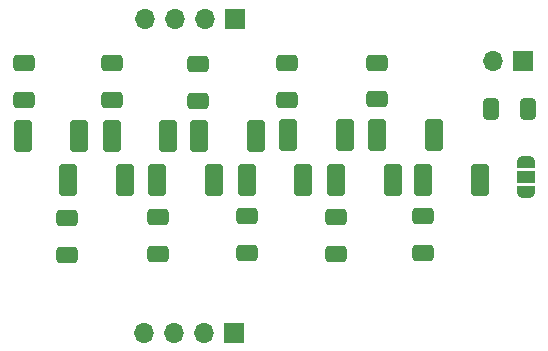
<source format=gbr>
%TF.GenerationSoftware,KiCad,Pcbnew,8.0.2*%
%TF.CreationDate,2024-06-27T01:43:15-06:00*%
%TF.ProjectId,2024_NE555_ChargePump_Expansion,32303234-5f4e-4453-9535-355f43686172,rev?*%
%TF.SameCoordinates,Original*%
%TF.FileFunction,Soldermask,Top*%
%TF.FilePolarity,Negative*%
%FSLAX46Y46*%
G04 Gerber Fmt 4.6, Leading zero omitted, Abs format (unit mm)*
G04 Created by KiCad (PCBNEW 8.0.2) date 2024-06-27 01:43:15*
%MOMM*%
%LPD*%
G01*
G04 APERTURE LIST*
G04 Aperture macros list*
%AMRoundRect*
0 Rectangle with rounded corners*
0 $1 Rounding radius*
0 $2 $3 $4 $5 $6 $7 $8 $9 X,Y pos of 4 corners*
0 Add a 4 corners polygon primitive as box body*
4,1,4,$2,$3,$4,$5,$6,$7,$8,$9,$2,$3,0*
0 Add four circle primitives for the rounded corners*
1,1,$1+$1,$2,$3*
1,1,$1+$1,$4,$5*
1,1,$1+$1,$6,$7*
1,1,$1+$1,$8,$9*
0 Add four rect primitives between the rounded corners*
20,1,$1+$1,$2,$3,$4,$5,0*
20,1,$1+$1,$4,$5,$6,$7,0*
20,1,$1+$1,$6,$7,$8,$9,0*
20,1,$1+$1,$8,$9,$2,$3,0*%
%AMFreePoly0*
4,1,19,0.550000,-0.750000,0.000000,-0.750000,0.000000,-0.744911,-0.071157,-0.744911,-0.207708,-0.704816,-0.327430,-0.627875,-0.420627,-0.520320,-0.479746,-0.390866,-0.500000,-0.250000,-0.500000,0.250000,-0.479746,0.390866,-0.420627,0.520320,-0.327430,0.627875,-0.207708,0.704816,-0.071157,0.744911,0.000000,0.744911,0.000000,0.750000,0.550000,0.750000,0.550000,-0.750000,0.550000,-0.750000,
$1*%
%AMFreePoly1*
4,1,19,0.000000,0.744911,0.071157,0.744911,0.207708,0.704816,0.327430,0.627875,0.420627,0.520320,0.479746,0.390866,0.500000,0.250000,0.500000,-0.250000,0.479746,-0.390866,0.420627,-0.520320,0.327430,-0.627875,0.207708,-0.704816,0.071157,-0.744911,0.000000,-0.744911,0.000000,-0.750000,-0.550000,-0.750000,-0.550000,0.750000,0.000000,0.750000,0.000000,0.744911,0.000000,0.744911,
$1*%
G04 Aperture macros list end*
%ADD10R,1.700000X1.700000*%
%ADD11O,1.700000X1.700000*%
%ADD12RoundRect,0.250000X0.500000X1.100000X-0.500000X1.100000X-0.500000X-1.100000X0.500000X-1.100000X0*%
%ADD13RoundRect,0.250000X-0.650000X0.412500X-0.650000X-0.412500X0.650000X-0.412500X0.650000X0.412500X0*%
%ADD14RoundRect,0.250000X0.650000X-0.412500X0.650000X0.412500X-0.650000X0.412500X-0.650000X-0.412500X0*%
%ADD15RoundRect,0.250000X0.412500X0.650000X-0.412500X0.650000X-0.412500X-0.650000X0.412500X-0.650000X0*%
%ADD16FreePoly0,270.000000*%
%ADD17R,1.500000X1.000000*%
%ADD18FreePoly1,270.000000*%
G04 APERTURE END LIST*
D10*
%TO.C,J1*%
X152247600Y-60350400D03*
D11*
X149707600Y-60350400D03*
X147167600Y-60350400D03*
X144627600Y-60350400D03*
%TD*%
D12*
%TO.C,D4*%
X142938200Y-74015600D03*
X138138200Y-74015600D03*
%TD*%
D13*
%TO.C,C5*%
X138074400Y-77240600D03*
X138074400Y-80365600D03*
%TD*%
D14*
%TO.C,C9*%
X149148800Y-67323100D03*
X149148800Y-64198100D03*
%TD*%
D15*
%TO.C,C8*%
X177051100Y-68021200D03*
X173926100Y-68021200D03*
%TD*%
D13*
%TO.C,C14*%
X168173400Y-77075900D03*
X168173400Y-80200900D03*
%TD*%
D12*
%TO.C,D8*%
X158076600Y-74015600D03*
X153276600Y-74015600D03*
%TD*%
D10*
%TO.C,J2*%
X176687400Y-63957200D03*
D11*
X174147400Y-63957200D03*
%TD*%
D12*
%TO.C,D6*%
X150495000Y-74015600D03*
X145695000Y-74015600D03*
%TD*%
D13*
%TO.C,C7*%
X145745200Y-77152100D03*
X145745200Y-80277100D03*
%TD*%
D16*
%TO.C,JP1*%
X176951900Y-72461600D03*
D17*
X176951900Y-73761600D03*
D18*
X176951900Y-75061600D03*
%TD*%
D12*
%TO.C,D11*%
X169100200Y-70205600D03*
X164300200Y-70205600D03*
%TD*%
%TO.C,D5*%
X146646600Y-70307200D03*
X141846600Y-70307200D03*
%TD*%
D14*
%TO.C,C6*%
X141833600Y-67246900D03*
X141833600Y-64121900D03*
%TD*%
D10*
%TO.C,J3*%
X152237600Y-86938000D03*
D11*
X149697600Y-86938000D03*
X147157600Y-86938000D03*
X144617600Y-86938000D03*
%TD*%
D12*
%TO.C,D12*%
X173037200Y-74041000D03*
X168237200Y-74041000D03*
%TD*%
D14*
%TO.C,C11*%
X156718000Y-67208400D03*
X156718000Y-64083400D03*
%TD*%
D13*
%TO.C,C10*%
X153263600Y-77075900D03*
X153263600Y-80200900D03*
%TD*%
D12*
%TO.C,D7*%
X154038000Y-70332600D03*
X149238000Y-70332600D03*
%TD*%
D13*
%TO.C,C12*%
X160807400Y-77126700D03*
X160807400Y-80251700D03*
%TD*%
D12*
%TO.C,D3*%
X139115200Y-70307200D03*
X134315200Y-70307200D03*
%TD*%
%TO.C,D10*%
X165620400Y-74041000D03*
X160820400Y-74041000D03*
%TD*%
%TO.C,D9*%
X161581800Y-70205600D03*
X156781800Y-70205600D03*
%TD*%
D14*
%TO.C,C4*%
X134391400Y-67221500D03*
X134391400Y-64096500D03*
%TD*%
%TO.C,C13*%
X164287200Y-67196100D03*
X164287200Y-64071100D03*
%TD*%
M02*

</source>
